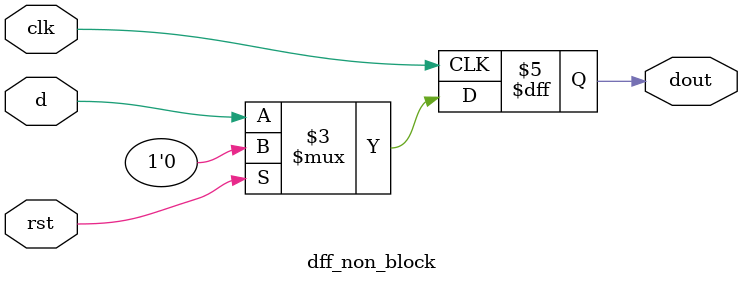
<source format=v>
module dff_non_block(clk,rst,d,dout);
    input clk,rst,d;
    output reg dout;
    always@ (posedge clk)
    begin
        if(rst)
            dout <= 1'b0;
        else
            dout <= d;
     end
endmodule

</source>
